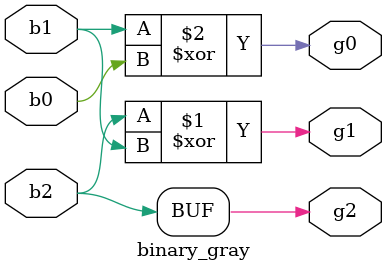
<source format=v>
`timescale 1ns / 1ps

module binary_gray(b0,b1,b2,g0,g1,g2);
    input b0,b1,b2;
    output g0,g1,g2;
	 assign g2=b2;
	 assign g1=b2^b1;
	 assign g0=b1^b0;
endmodule

</source>
